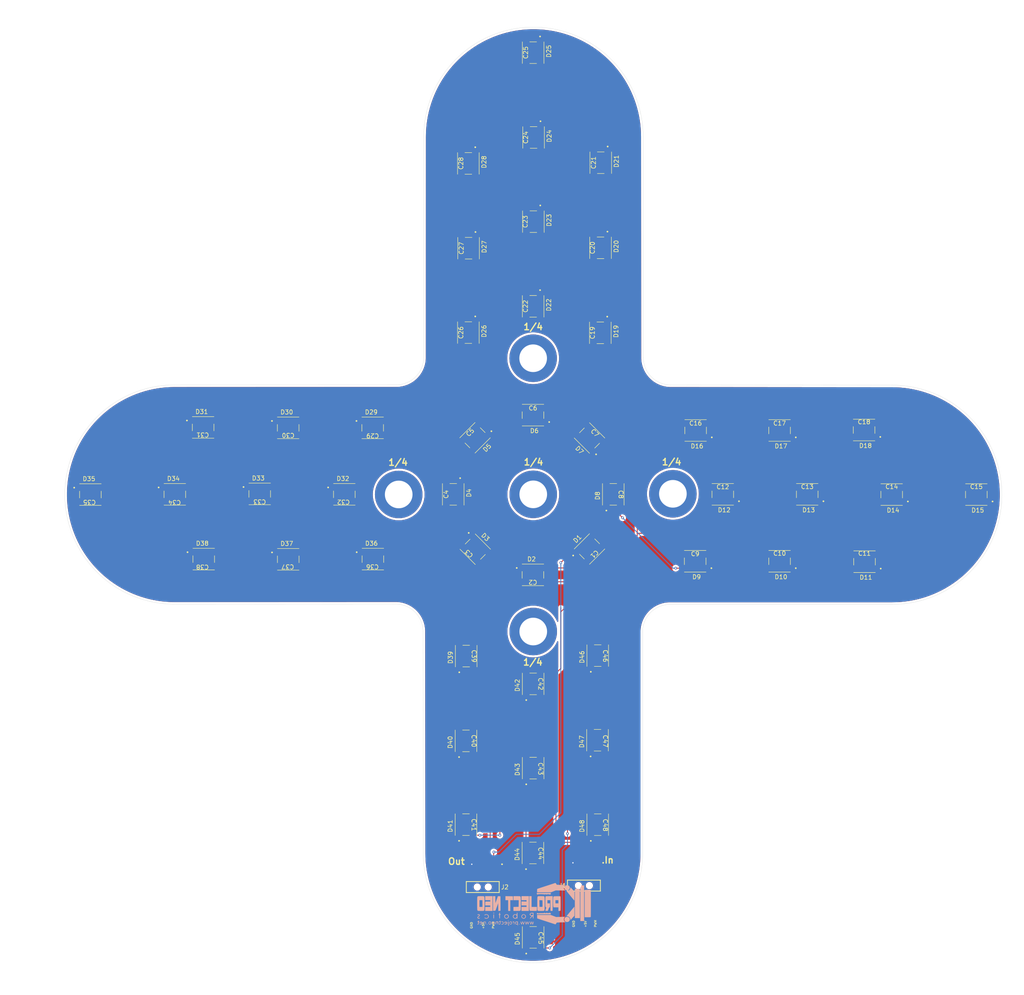
<source format=kicad_pcb>
(kicad_pcb (version 20241229) (generator "pcbnew") (generator_version "9.0")
  (title_block (date "2025-05-08"))
  (layers (0 "F.Cu" signal) (2 "B.Cu" signal) (13 "F.Paste" user) (15 "B.Paste" user) (5 "F.SilkS" user "F.Silkscreen") (7 "B.SilkS" user "B.Silkscreen") (1 "F.Mask" user) (3 "B.Mask" user) (25 "Edge.Cuts" user))
  (net 0 "")
  (net 1 "Net-(D1-DIN)")
  (net 2 "GND")
  (net 3 "Net-(D1-DOUT)")
  (net 4 "+5V")
  (net 5 "Net-(D2-DIN)")
  (net 6 "Net-(D10-DIN)")
  (net 7 "Net-(D3-DIN)")
  (net 8 "Net-(D5-DIN)")
  (net 9 "Net-(D6-DIN)")
  (net 10 "Net-(D4-DIN)")
  (net 11 "Net-(D7-DIN)")
  (net 12 "Net-(D10-DOUT)")
  (net 13 "Net-(D17-DIN)")
  (net 14 "Net-(D11-DIN)")
  (net 15 "Net-(D8-DIN)")
  (net 16 "Net-(D18-DIN)")
  (net 17 "Net-(D12-DIN)")
  (net 18 "Net-(D13-DIN)")
  (net 19 "Net-(D19-DIN)")
  (net 20 "Net-(D14-DIN)")
  (net 21 "Net-(D15-DIN)")
  (net 22 "Net-(D16-DIN)")
  (net 23 "Net-(D20-DIN)")
  (net 24 "Net-(D27-DIN)")
  (net 25 "Net-(D21-DIN)")
  (net 26 "Net-(D28-DIN)")
  (net 27 "Net-(D22-DIN)")
  (net 28 "Net-(D29-DIN)")
  (net 29 "Net-(D23-DIN)")
  (net 30 "Net-(D24-DIN)")
  (net 31 "Net-(D25-DIN)")
  (net 32 "Net-(D26-DIN)")
  (net 33 "Net-(D30-DIN)")
  (net 34 "Net-(D34-DIN)")
  (net 35 "Net-(D31-DIN)")
  (net 36 "Net-(D32-DIN)")
  (net 37 "Net-(D37-DIN)")
  (net 38 "Net-(D33-DIN)")
  (net 39 "Net-(D38-DIN)")
  (net 40 "Net-(D36-DIN)")
  (net 41 "Net-(D39-DIN)")
  (net 42 "Net-(D40-DIN)")
  (net 43 "Net-(D41-DIN)")
  (net 44 "Net-(D42-DIN)")
  (net 45 "Net-(D43-DIN)")
  (net 46 "Net-(D44-DIN)")
  (net 47 "Net-(D45-DIN)")
  (net 48 "Net-(D46-DIN)")
  (net 49 "Net-(D47-DIN)")
  (net 50 "Net-(D48-DIN)")
  (net 51 "Net-(D35-DIN)")
  (footprint "CustomParts:LED_1655" (layer "F.Cu") (at 212.95 233.3625 90)
    (property "Reference" "D44")
    (property "Value" "1655 NeoPixel")
  )
  (footprint "CustomParts:LED_1655" (layer "F.Cu") (at 289.6125 135.4 180)
    (property "Reference" "D18")
    (property "Value" "1655 NeoPixel")
  )
  (footprint "CustomParts:CAPC220145_88N_KEM" (layer "F.Cu") (at 296 146.45)
    (property "Reference" "C14")
    (property "Value" "C_Small")
  )
  (footprint "CustomParts:LED_1655" (layer "F.Cu") (at 156.3 165.35)
    (property "Reference" "D37")
    (property "Value" "1655 NeoPixel")
  )
  (footprint "CustomParts:LED_1655" (layer "F.Cu") (at 228.65 73.4875 -90)
    (property "Reference" "D21")
    (property "Value" "1655 NeoPixel")
  )
  (footprint "CustomParts:CAPC220145_88N_KEM" (layer "F.Cu") (at 276.45 146.45)
    (property "Reference" "C13")
    (property "Value" "C_Small")
  )
  (footprint "CustomParts:CAPC220145_88N_KEM" (layer "F.Cu") (at 216.8 213.85 -90)
    (property "Reference" "C43")
    (property "Value" "C_Small")
  )
  (footprint "CustomParts:LED_1655" (layer "F.Cu") (at 228.6 93.2 -90)
    (property "Reference" "D20")
    (property "Value" "1655 NeoPixel")
  )
  (footprint "CustomParts:LED_1655" (layer "F.Cu") (at 231.55 150.3 90)
    (property "Reference" "D8")
    (property "Value" "1655 NeoPixel")
  )
  (footprint "CustomParts:CAPC220145_88N_KEM" (layer "F.Cu") (at 130 154.25 180)
    (property "Reference" "C34")
    (property "Value" "C_Small")
  )
  (footprint "CustomParts:CAPC220145_88N_KEM" (layer "F.Cu") (at 136.45 169.2 180)
    (property "Reference" "C38")
    (property "Value" "C_Small")
  )
  (footprint "CustomParts:CAPC220145_88N_KEM" (layer "F.Cu") (at 270.05 161.9)
    (property "Reference" "C10")
    (property "Value" "C_Small")
  )
  (footprint "CustomParts:CAPC220145_88N_KEM" (layer "F.Cu") (at 149.7 154.1 180)
    (property "Reference" "C33")
    (property "Value" "C_Small")
  )
  (footprint "CustomParts:CAPC220145_88N_KEM" (layer "F.Cu") (at 194.2 73.65 90)
    (property "Reference" "C28")
    (property "Value" "C_Small")
  )
  (footprint "CustomParts:CAPC220145_88N_KEM" (layer "F.Cu") (at 136.5 138.6 180)
    (property "Reference" "C31")
    (property "Value" "C_Small")
  )
  (footprint "CustomParts:LED_1655" (layer "F.Cu") (at 213 252.9125 90)
    (property "Reference" "D45")
    (property "Value" "1655 NeoPixel")
  )
  (footprint "CustomParts:SAMTEC_TSM-103-02-L-SH-LC" (layer "F.Cu") (at 201.335 241.255 180)
    (property "Reference" "J2")
    (property "Value" "TSM-103-02-L-SH-LC")
  )
  (footprint "CustomParts:LED_1655" (layer "F.Cu") (at 156.2875 134.9)
    (property "Reference" "D30")
    (property "Value" "1655 NeoPixel")
  )
  (footprint "CustomParts:LED_1655" (layer "F.Cu") (at 296 150.35 180)
    (property "Reference" "D14")
    (property "Value" "1655 NeoPixel")
  )
  (footprint "CustomParts:CAPC220145_88N_KEM" (layer "F.Cu") (at 209.1 87.15 90)
    (property "Reference" "C23")
    (property "Value" "C_Small")
  )
  (footprint "CustomParts:LED_1655" (layer "F.Cu") (at 175.85 134.9)
    (property "Reference" "D29")
    (property "Value" "1655 NeoPixel")
  )
  (footprint "CustomParts:CAPC220145_88N_KEM" (layer "F.Cu") (at 209.15 106.75 90)
    (property "Reference" "C22")
    (property "Value" "C_Small")
  )
  (footprint "CustomParts:LED_1655" (layer "F.Cu") (at 175.9 165.3)
    (property "Reference" "D36")
    (property "Value" "1655 NeoPixel")
  )
  (footprint "CustomParts:LED_1655" (layer "F.Cu") (at 130.05 150.3)
    (property "Reference" "D34")
    (property "Value" "1655 NeoPixel")
  )
  (footprint "CustomParts:CAPC220145_88N_KEM" (layer "F.Cu") (at 231.8 187.72 -90)
    (property "Reference" "C46")
    (property "Value" "C_Small")
  )
  (footprint "CustomParts:CAPC220145_88N_KEM" (layer "F.Cu") (at 250.6 131.75)
    (property "Reference" "C16")
    (property "Value" "C_Small")
  )
  (footprint "CustomParts:CAPC220145_88N_KEM" (layer "F.Cu") (at 289.7 161.9)
    (property "Reference" "C11")
    (property "Value" "C_Small")
  )
  (footprint "CustomParts:CAPC220145_88N_KEM" (layer "F.Cu") (at 228.75 134.6 -45)
    (property "Reference" "C7")
    (property "Value" "C_Small")
  )
  (footprint "CustomParts:CAPC220145_88N_KEM" (layer "F.Cu") (at 190.75 150.3 90)
    (property "Reference" "C4")
    (property "Value" "C_Small")
  )
  (footprint "CustomParts:LED_1655" (layer "F.Cu") (at 149.7 150.2)
    (property "Reference" "D33")
    (property "Value" "1655 NeoPixel")
  )
  (footprint "CustomParts:CAPC220145_88N_KEM" (layer "F.Cu") (at 270.05 131.75)
    (property "Reference" "C17")
    (property "Value" "C_Small")
  )
  (footprint "CustomParts:LED_1655" (layer "F.Cu") (at 289.7125 165.9 180)
    (property "Reference" "D11")
    (property "Value" "1655 NeoPixel")
  )
  (footprint "CustomParts:CAPC220145_88N_KEM" (layer "F.Cu") (at 228.675 165.625 -135)
    (property "Reference" "C1")
    (property "Value" "C_Small")
  )
  (footprint "CustomParts:SAMTEC_TSM-103-02-L-SH-LC" (layer "F.Cu") (at 224.75 240.925 180)
    (property "Reference" "J1")
    (property "Value" "TSM-103-02-L-SH-LC")
  )
  (footprint "CustomParts:CAPC220145_88N_KEM" (layer "F.Cu") (at 156.3 138.7 180)
    (property "Reference" "C30")
    (property "Value" "C_Small")
  )
  (footprint "CustomParts:CAPC220145_88N_KEM" (layer "F.Cu") (at 224.65 93.2 90)
    (property "Reference" "C20")
    (property "Value" "C_Small")
  )
  (footprint "CustomParts:LED_1655" (layer "F.Cu") (at 212.95 168.95)
    (property "Reference" "D2")
    (property "Value" "1655 NeoPixel")
  )
  (footprint "CustomParts:LED_1655" (layer "F.Cu") (at 228.55 112.8875 -90)
    (property "Reference" "D19")
    (property "Value" "1655 NeoPixel")
  )
  (footprint "CustomParts:LED_1655" (layer "F.Cu") (at 226.05 162.95 45)
    (property "Reference" "D1")
    (property "Value" "1655 NeoPixel")
  )
  (footprint "MountingHole:MountingHole_6.4mm_M6_DIN965_Pad" (layer "F.Cu") (at 213.025 150.3)
    (property "Reference" "REF**" (hide yes))
    (property "Value" "MountingHole_6.4mm_M6_DIN965_Pad")
  )
  (footprint "CustomParts:CAPC220145_88N_KEM" (layer "F.Cu") (at 216.85 253.05 -90)
    (property "Reference" "C45")
    (property "Value" "C_Small")
  )
  (footprint "CustomParts:LED_1655" (layer "F.Cu") (at 197.45 207.4 90)
    (property "Reference" "D40")
    (property "Value" "1655 NeoPixel")
  )
  (footprint "CustomParts:LED_1655" (layer "F.Cu") (at 213.05 87.1375 -90)
    (property "Reference" "D23")
    (property "Value" "1655 NeoPixel")
  )
  (footprint "CustomParts:CAPC220145_88N_KEM" (layer "F.Cu") (at 156.2 169.15 180)
    (property "Reference" "C37")
    (property "Value" "C_Small")
  )
  (footprint "CustomParts:LED_1655" (layer "F.Cu") (at 212.9625 131.95 180)
    (property "Reference" "D6")
    (property "Value" "1655 NeoPixel")
  )
  (footprint "CustomParts:LED_1655" (layer "F.Cu") (at 213 48 -90)
    (property "Reference" "D25")
    (property "Value" "1655 NeoPixel")
  )
  (footprint "CustomParts:CAPC220145_88N_KEM" (layer "F.Cu") (at 212.95 128.25)
    (property "Reference" "C6")
    (property "Value" "C_Small")
  )
  (footprint "CustomParts:LED_1655" (layer "F.Cu") (at 227.95 187.65 90)
    (property "Reference" "D46")
    (property "Value" "1655 NeoPixel")
  )
  (footprint "CustomParts:CAPC220145_88N_KEM" (layer "F.Cu") (at 209.2 67.65 90)
    (property "Reference" "C24")
    (property "Value" "C_Small")
  )
  (footprint "CustomParts:CAPC220145_88N_KEM" (layer "F.Cu") (at 196.675 165.525 135)
    (property "Reference" "C3")
    (property "Value" "C_Small")
  )
  (footprint "CustomParts:CAPC220145_88N_KEM" (layer "F.Cu") (at 231.8 207.45 -90)
    (property "Reference" "C47")
    (property "Value" "C_Small")
  )
  (footprint "CustomParts:LED_1655" (layer "F.Cu") (at 194.5 150.3 -90)
    (property "Reference" "D4")
    (property "Value" "1655 NeoPixel")
  )
  (footprint "CustomParts:CAPC220145_88N_KEM" (layer "F.Cu") (at 201.35 226.85 -90)
    (property "Reference" "C41")
    (property "Value" "C_Small")
  )
  (footprint "CustomParts:CAPC220145_88N_KEM" (layer "F.Cu") (at 224.9 73.5 90)
    (property "Reference" "C21")
    (property "Value" "C_Small")
  )
  (footprint "CustomParts:CAPC220145_88N_KEM" (layer "F.Cu") (at 216.8 194.2 -90)
    (property "Reference" "C42")
    (property "Value" "C_Small")
  )
  (footprint "CustomParts:CAPC220145_88N_KEM" (layer "F.Cu") (at 175.85 138.8 180)
    (property "Reference" "C29")
    (property "Value" "C_Small")
  )
  (footprint "MountingHole:MountingHole_6.4mm_M6_DIN965_Pad" (layer "F.Cu") (at 213 118.775)
    (property "Reference" "REF**" (hide yes))
    (property "Value" "MountingHole_6.4mm_M6_DIN965_Pad")
  )
  (footprint "CustomParts:LED_1655" (layer "F.Cu") (at 199.601041 163.013782 -45)
    (property "Reference" "D3")
    (property "Value" "1655 NeoPixel")
  )
  (footprint "CustomParts:CAPC220145_88N_KEM" (layer "F.Cu") (at 169.1 154.15 180)
    (property "Reference" "C32")
    (property "Value" "C_Small")
  )
  (footprint "CustomParts:LED_1655" (layer "F.Cu") (at 226.05 137.25 135)
    (property "Reference" "D7")
    (property "Value" "1655 NeoPixel")
  )
  (footprint "CustomParts:CAPC220145_88N_KEM" (layer "F.Cu") (at 315.6 146.45)
    (property "Reference" "C15")
    (property "Value" "C_Small")
  )
  (footprint "CustomParts:CAPC220145_88N_KEM" (layer "F.Cu") (at 216.8 233.45 -90)
    (property "Reference" "C44")
    (property "Value" "C_Small")
  )
  (footprint "CustomParts:CAPC220145_88N_KEM" (layer "F.Cu") (at 224.65 112.9 90)
    (property "Reference" "C19")
    (property "Value" "C_Small")
  )
  (footprint "CustomParts:CAPC220145_88N_KEM" (layer "F.Cu") (at 196.925 134.5 45)
    (property "Reference" "C5")
    (property "Value" "C_Small")
  )
  (footprint "CustomParts:LED_1655" (layer "F.Cu") (at 227.9 207.25 90)
    (property "Reference" "D47")
    (property "Value" "1655 NeoPixel")
  )
  (footprint "CustomParts:LED_1655" (layer "F.Cu") (at 315.6 150.35 180)
    (property "Reference" "D15")
    (property "Value" "1655 NeoPixel")
  )
  (footprint "MountingHole:MountingHole_6.4mm_M6_DIN965_Pad" (layer "F.Cu") (at 181.875 150.325 180)
    (property "Reference" "REF**" (hide yes))
    (property "Value" "MountingHole_6.4mm_M6_DIN965_Pad")
  )
  (footprint "CustomParts:CAPC220145_88N_KEM" (layer "F.Cu") (at 201.4 187.75 -90)
    (property "Reference" "C39")
    (property "Value" "C_Small")
  )
  (footprint "CustomParts:LED_1655" (layer "F.Cu") (at 169.2875 150.3)
    (property "Reference" "D32")
    (property "Value" "1655 NeoPixel")
  )
  (footprint "MountingHole:MountingHole_6.4mm_M6_DIN965_Pad" (layer "F.Cu") (at 213.025 182.075 180)
    (property "Reference" "REF**" (hide yes))
    (property "Value" "MountingHole_6.4mm_M6_DIN965_Pad")
  )
  (footprint "CustomParts:CAPC220145_88N_KEM" (layer "F.Cu") (at 256.9 146.5)
    (property "Reference" "C12")
    (property "Value" "C_Small")
  )
  (footprint "CustomParts:LED_1655" (layer "F.Cu") (at 199.55 137.2 -135)
    (property "Reference" "D5")
    (property "Value" "1655 NeoPixel")
  )
  (footprint "CustomParts:LED_1655" (layer "F.Cu") (at 250.5125 165.8 180)
    (property "Reference" "D9")
    (property "Value" "1655 NeoPixel")
  )
  (footprint "CustomParts:CAPC220145_88N_KEM" (layer "F.Cu") (at 235.4 150.3 -90)
    (property "Reference" "C8")
    (property "Value" "C_Small")
  )
  (footprint "CustomParts:LED_1655" (layer "F.Cu") (at 213.1 67.6375 -90)
    (property "Reference" "D24")
    (property "Value" "1655 NeoPixel")
  )
  (footprint "CustomParts:CAPC220145_88N_KEM" (layer "F.Cu") (at 194.3 93.3 90)
    (property "Reference" "C27")
    (property "Value" "C_Small")
  )
  (footprint "CustomParts:CAPC220145_88N_KEM" (layer "F.Cu") (at 212.95 172.725 180)
    (property "Reference" "C2")
    (property "Value" "C_Small")
  )
  (footprint "CustomParts:LED_1655" (layer "F.Cu") (at 213 213.7125 90)
    (property "Reference" "D43")
    (property "Value" "1655 NeoPixel")
  )
  (footprint "CustomParts:LED_1655" (layer "F.Cu") (at 197.45 226.8 90)
    (property "Reference" "D41")
    (property "Value" "1655 NeoPixel")
  )
  (footprint "CustomParts:LED_1655" (layer "F.Cu") (at 276.45 150.3 180)
    (property "Reference" "D13")
    (property "Value" "1655 NeoPixel")
  )
  (footprint "CustomParts:CAPC220145_88N_KEM" (layer "F.Cu") (at 110.3 154.2 180)
    (property "Reference" "C35")
    (property "Value" "C_Small")
  )
  (footprint "CustomParts:LED_1655" (layer "F.Cu") (at 250.6125 135.5 180)
    (property "Reference" "D16")
    (property "Value" "1655 NeoPixel")
  )
  (footprint "CustomParts:CAPC220145_88N_KEM" (layer "F.Cu") (at 175.8 169.15 180)
    (property "Reference" "C36")
    (property "Value" "C_Small")
  )
  (footprint "CustomParts:CAPC220145_88N_KEM" (layer "F.Cu") (at 289.6 131.45)
    (property "Reference" "C18")
    (property "Value" "C_Small")
  )
  (footprint "CustomParts:CAPC220145_88N_KEM" (layer "F.Cu") (at 231.8 226.9 -90)
    (property "Reference" "C48")
    (property "Value" "C_Small")
  )
  (footprint "CustomParts:LED_1655" (layer "F.Cu") (at 198 112.8375 -90)
    (property "Reference" "D26")
    (property "Value" "1655 NeoPixel")
  )
  (footprint "CustomParts:LED_1655" (layer "F.Cu") (at 227.95 226.8125 90)
    (property "Reference" "D48")
    (property "Value" "1655 NeoPixel")
  )
  (footprint "CustomParts:LED_1655" (layer "F.Cu") (at 136.7375 165.3)
    (property "Reference" "D38")
    (property "Value" "1655 NeoPixel")
  )
  (footprint "CustomParts:CAPC220145_88N_KEM" (layer "F.Cu") (at 194.2 112.85 90)
    (property "Reference" "C26")
    (property "Value" "C_Small")
  )
  (footprint "CustomParts:LED_1655" (layer "F.Cu") (at 136.6 134.8)
    (property "Reference" "D31")
    (property "Value" "1655 NeoPixel")
  )
  (footprint "CustomParts:LED_1655" (layer "F.Cu") (at 213 106.75 -90)
    (property "Reference" "D22")
    (property "Value" "1655 NeoPixel")
  )
  (footprint "CustomParts:CAPC220145_88N_KEM" (layer "F.Cu") (at 201.35 207.4 -90)
    (property "Reference" "C40")
    (property "Value" "C_Small")
  )
  (footprint "CustomParts:LED_1655" (layer "F.Cu") (at 197.5 187.7625 90)
    (property "Reference" "D39")
    (property "Value" "1655 NeoPixel")
  )
  (footprint "CustomParts:LED_1655" (layer "F.Cu") (at 198 73.65 -90)
    (property "Reference" "D28")
    (property "Value" "1655 NeoPixel")
  )
  (footprint "CustomParts:CAPC220145_88N_KEM" (layer "F.Cu") (at 209.2 48 90)
    (property "Reference" "C25")
    (property "Value" "C_Small")
  )
  (footprint "CustomParts:LED_1655" (layer "F.Cu") (at 198.05 93.2875 -90)
    (property "Reference" "D27")
    (property "Value" "1655 NeoPixel")
  )
  (footprint "CustomParts:CAPC220145_88N_KEM" (layer "F.Cu") (at 250.5 162)
    (property "Reference" "C9")
    (property "Value" "C_Small")
  )
  (footprint "CustomParts:LED_1655" (layer "F.Cu") (at 270.05 135.5 180)
    (property "Reference" "D17")
    (property "Value" "1655 NeoPixel")
  )
  (footprint "MountingHole:MountingHole_6.4mm_M6_DIN965_Pad" (layer "F.Cu") (at 245.35 150.175)
    (property "Reference" "REF**" (hide yes))
    (property "Value" "MountingHole_6.4mm_M6_DIN965_Pad")
  )
  (footprint "CustomParts:LED_1655" (layer "F.Cu") (at 270.05 165.8 180)
    (property "Reference" "D10")
    (property "Value" "1655 NeoPixel")
  )
  (footprint "CustomParts:LED_1655" (layer "F.Cu") (at 110.5 150.35)
    (property "Reference" "D35")
    (property "Value" "1655 NeoPixel")
  )
  (footprint "CustomParts:LED_1655" (layer "F.Cu") (at 213 194.2 90)
    (property "Reference" "D42")
    (property "Value" "1655 NeoPixel")
  )
  (footprint "CustomParts:LED_1655" (layer "F.Cu") (at 256.9 150.3 180)
    (property "Reference" "D12")
    (property "Value" "1655 NeoPixel")
  )
  (footprint "CustomParts:NEO_Logo" (layer "B.Cu") (at 213.25 245.2 180)
    (property "Reference" "G***" (hide yes))
    (property "Value" "LOGO" (hide yes))
  )
  (gr_line (start 296.125 175.8) (end 244.7 175.8) (stroke (width 0.05)) (layer "Edge.Cuts"))
  (gr_line (start 187.55 233.425) (end 187.51 182.075) (stroke (width 0.05)) (layer "Edge.Cuts"))
  (gr_line (start 238.47498 67.475) (end 238.515128 118.6) (stroke (width 0.05)) (layer "Edge.Cuts"))
  (gr_arc (start 238.35 233.425) (mid 212.95 258.825) (end 187.55 233.425) (stroke (width 0.05)) (layer "Edge.Cuts"))
  (gr_arc (start 296.125 125) (mid 321.525 150.4) (end 296.125 175.8) (stroke (width 0.05)) (layer "Edge.Cuts"))
  (gr_arc (start 238.35 182.15) (mid 240.209872 177.659872) (end 244.7 175.8) (stroke (width 0.05)) (layer "Edge.Cuts"))
  (gr_line (start 129.975 175.75) (end 181.16 175.725) (stroke (width 0.05)) (layer "Edge.Cuts"))
  (gr_line (start 187.675 67.475) (end 187.659872 118.575) (stroke (width 0.05)) (layer "Edge.Cuts"))
  (gr_arc (start 187.659872 118.575) (mid 185.8 123.065128) (end 181.309872 124.925) (stroke (width 0.05)) (layer "Edge.Cuts"))
  (gr_arc (start 181.16 175.725) (mid 185.650128 177.584872) (end 187.51 182.075) (stroke (width 0.05)) (layer "Edge.Cuts"))
  (gr_arc (start 244.865128 124.95) (mid 240.375 123.090128) (end 238.515128 118.6) (stroke (width 0.05)) (layer "Edge.Cuts"))
  (gr_arc (start 129.975 175.75) (mid 104.575 150.35) (end 129.975 124.95) (stroke (width 0.05)) (layer "Edge.Cuts"))
  (gr_line (start 129.975 124.95) (end 181.309872 124.925) (stroke (width 0.05)) (layer "Edge.Cuts"))
  (gr_line (start 296.125 125) (end 244.8651 124.95) (stroke (width 0.05)) (layer "Edge.Cuts"))
  (gr_line (start 238.35 233.425) (end 238.35 182.15) (stroke (width 0.05)) (layer "Edge.Cuts"))
  (gr_arc (start 187.675 67.475) (mid 213.075 42.075) (end 238.475 67.475) (stroke (width 0.05)) (layer "Edge.Cuts"))
  (gr_text "GND" (at 199.025 250.95 90) (layer "F.SilkS") (effects (font (size 0.5 0.5) (thickness 0.1) (bold yes)) (justify left bottom)))
  (gr_text "PWM" (at 204.075 250.95 90) (layer "F.SilkS") (effects (font (size 0.5 0.5) (thickness 0.1) (bold yes)) (justify left bottom)))
  (gr_text "1/4" (at 242.65 143.675 0) (layer "F.SilkS") (effects (font (size 1.5 1.5) (thickness 0.3) (bold yes)) (justify left bottom)))
  (gr_text "PWM" (at 227.725 250.6 90) (layer "F.SilkS") (effects (font (size 0.5 0.5) (thickness 0.1) (bold yes)) (justify left bottom)))
  (gr_text "1/4" (at 179.325 143.775 0) (layer "F.SilkS") (effects (font (size 1.5 1.5) (thickness 0.3) (bold yes)) (justify left bottom)))
  (gr_text "In" (at 229.35 235.9 0) (layer "F.SilkS") (effects (font (size 1.5 1.5) (thickness 0.3) (bold yes)) (justify left bottom)))
  (gr_text "1/4" (at 210.6 112.375 0) (layer "F.SilkS") (effects (font (size 1.5 1.5) (thickness 0.3) (bold yes)) (justify left bottom)))
  (gr_text "GND" (at 222.675 250.6 90) (layer "F.SilkS") (effects (font (size 0.5 0.5) (thickness 0.1) (bold yes)) (justify left bottom)))
  (gr_text "1/4" (at 210.675 143.7 0) (layer "F.SilkS") (effects (font (size 1.5 1.5) (thickness 0.3) (bold yes)) (justify left bottom)))
  (gr_text "Out" (at 193.15 236.2 0) (layer "F.SilkS") (effects (font (size 1.5 1.5) (thickness 0.3) (bold yes)) (justify left bottom)))
  (gr_text "1/4" (at 210.525 190.05 0) (layer "F.SilkS") (effects (font (size 1.5 1.5) (thickness 0.3) (bold yes)) (justify left bottom)))
  (gr_text "+5V" (at 225.4 250.65 90) (layer "F.SilkS") (effects (font (size 0.5 0.5) (thickness 0.1) (bold yes)) (justify left bottom)))
  (gr_text "+5V" (at 201.75 251 90) (layer "F.SilkS") (effects (font (size 0.5 0.5) (thickness 0.1) (bold yes)) (justify left bottom)))
  (segment (start 223.912741 167.35) (end 225.448959 165.813782) (width 0.2) (layer "F.Cu") (net 1))
  (segment (start 215.4 167.35) (end 223.912741 167.35) (width 0.2) (layer "F.Cu") (net 1))
  (via (at 198.795 235.975) (size 0.6) (drill 0.3) (layers "F.Cu" "B.Cu") (net 2))
  (via (at 222.21 235.645) (size 0.6) (drill 0.3) (layers "F.Cu" "B.Cu") (net 2))
  (segment (start 203.9 233.15) (end 203.865 233.185) (width 0.2) (layer "F.Cu") (net 3))
  (segment (start 203.865 233.185) (end 203.865 235.975) (width 0.2) (layer "F.Cu") (net 3))
  (segment (start 223.888782 160.086218) (end 221.125 162.85) (width 0.2) (layer "F.Cu") (net 3))
  (segment (start 226.651041 160.086218) (end 223.888782 160.086218) (width 0.2) (layer "F.Cu") (net 3))
  (segment (start 221.125 164.4) (end 219.4 166.125) (width 0.2) (layer "F.Cu") (net 3))
  (segment (start 221.125 162.85) (end 221.125 164.4) (width 0.2) (layer "F.Cu") (net 3))
  (via (at 219.4 166.125) (size 0.6) (drill 0.3) (layers "F.Cu" "B.Cu") (net 3))
  (via (at 203.9 233.15) (size 0.6) (drill 0.3) (layers "F.Cu" "B.Cu") (net 3))
  (segment (start 219.4 166.125) (end 219.4 224.05) (width 0.2) (layer "B.Cu") (net 3))
  (segment (start 219.4 224.05) (end 214.4 229.05) (width 0.2) (layer "B.Cu") (net 3))
  (segment (start 205.025 233.15) (end 203.9 233.15) (width 0.2) (layer "B.Cu") (net 3))
  (segment (start 214.4 229.05) (end 209.125 229.05) (width 0.2) (layer "B.Cu") (net 3))
  (segment (start 209.125 229.05) (end 205.025 233.15) (width 0.2) (layer "B.Cu") (net 3))
  (segment (start 110.73 154.17) (end 112.95 151.95) (width 0.2) (layer "F.Cu") (net 4))
  (segment (start 143.1125 170.825) (end 139.1875 166.9) (width 0.2) (layer "F.Cu") (net 4))
  (segment (start 178.3 136.5) (end 178.3 140.325) (width 0.2) (layer "F.Cu") (net 4))
  (segment (start 201.1075 187.32) (end 199.1 185.3125) (width 0.2) (layer "F.Cu") (net 4))
  (segment (start 237.1 140.675) (end 223.1 126.675) (width 0.2) (layer "F.Cu") (net 4))
  (segment (start 192.9 152.75) (end 189.1 152.75) (width 0.2) (layer "F.Cu") (net 4))
  (segment (start 194.4425 93.73) (end 196.45 95.7375) (width 0.2) (layer "F.Cu") (net 4))
  (segment (start 156.73 138.5075) (end 158.7375 136.5) (width 0.2) (layer "F.Cu") (net 4))
  (segment (start 178.35 166.9) (end 178.35 170.825) (width 0.2) (layer "F.Cu") (net 4))
  (segment (start 219.4 176.55) (end 219.4 177.525) (width 0.2) (layer "F.Cu") (net 4))
  (segment (start 214.6 191.75) (end 218.275 191.75) (width 0.2) (layer "F.Cu") (net 4))
  (segment (start 136.93 138.6) (end 136.93 138.52) (width 0.2) (layer "F.Cu") (net 4))
  (segment (start 143 140.35) (end 139.05 136.4) (width 0.2) (layer "F.Cu") (net 4))
  (segment (start 196.4 115.2875) (end 192.1875 115.2875) (width 0.2) (layer "F.Cu") (net 4))
  (segment (start 233.725 185.2) (end 233.75 185.175) (width 0.2) (layer "F.Cu") (net 4))
  (segment (start 233.75 164.75) (end 233.75 185.175) (width 0.2) (layer "F.Cu") (net 4))
  (segment (start 132.5 152.18) (end 132.5 151.9) (width 0.2) (layer "F.Cu") (net 4))
  (segment (start 289.27 161.9) (end 289.27 162.2925) (width 0.2) (layer "F.Cu") (net 4))
  (segment (start 216.8 213.42) (end 216.7575 213.42) (width 0.2) (layer "F.Cu") (net 4))
  (segment (start 169.53 154.1075) (end 171.7375 151.9) (width 0.2) (layer "F.Cu") (net 4))
  (segment (start 248.1625 129.7375) (end 248.15 129.725) (width 0.2) (layer "F.Cu") (net 4))
  (segment (start 201.12 226.42) (end 199.05 224.35) (width 0.2) (layer "F.Cu") (net 4))
  (segment (start 250.07 162.1925) (end 248.0625 164.2) (width 0.2) (layer "F.Cu") (net 4))
  (segment (start 218.3875 230.9125) (end 214.55 230.9125) (width 0.2) (layer "F.Cu") (net 4))
  (segment (start 248.1625 133.9) (end 248.1625 129.7375) (width 0.2) (layer "F.Cu") (net 4))
  (segment (start 274 148.7) (end 274 145.15) (width 0.2) (layer "F.Cu") (net 4))
  (segment (start 231.64 187.29) (end 231.8 187.29) (width 0.2) (layer "F.Cu") (net 4))
  (segment (start 233.15 147.85) (end 237.075 147.85) (width 0.2) (layer "F.Cu") (net 4))
  (segment (start 207.175 109.225) (end 207.175 89.575) (width 0.2) (layer "F.Cu") (net 4))
  (segment (start 218.2625 211.2625) (end 218.275 211.275) (width 0.2) (layer "F.Cu") (net 4))
  (segment (start 158.7375 136.5) (end 158.7375 140.3375) (width 0.2) (layer "F.Cu") (net 4))
  (segment (start 233.75 220.1625) (end 229.55 224.3625) (width 0.2) (layer "F.Cu") (net 4))
  (segment (start 225.448959 134.386218) (end 227.872677 131.9625) (width 0.2) (layer "F.Cu") (net 4))
  (segment (start 248.075 159.325) (end 267.6 159.325) (width 0.2) (layer "F.Cu") (net 4))
  (segment (start 192.175 123.275) (end 192.175 122.975) (width 0.2) (layer "F.Cu") (net 4))
  (segment (start 222.5375 115.3375) (end 222.5 115.3) (width 0.2) (layer "F.Cu") (net 4))
  (segment (start 219.4 190.625) (end 218.275 191.75) (width 0.2) (layer "F.Cu") (net 4))
  (segment (start 171.7375 155.7375) (end 171.725 155.75) (width 0.2) (layer "F.Cu") (net 4))
  (segment (start 203.05 185.3) (end 203.05 175.525) (width 0.2) (layer "F.Cu") (net 4))
  (segment (start 267.6 163.92) (end 267.6 164.2) (width 0.2) (layer "F.Cu") (net 4))
  (segment (start 216.6575 233.02) (end 214.55 230.9125) (width 0.2) (layer "F.Cu") (net 4))
  (segment (start 222.525 95.65) (end 222.5 95.675) (width 0.2) (layer "F.Cu") (net 4))
  (segment (start 228.979056 162.414233) (end 228.913782 162.348959) (width 0.2) (layer "F.Cu") (net 4))
  (segment (start 218.275 191.75) (end 218.275 211.275) (width 0.2) (layer "F.Cu") (net 4))
  (segment (start 136.88 169.2) (end 136.8875 169.2) (width 0.2) (layer "F.Cu") (net 4))
  (segment (start 196.45 95.7375) (end 192.2625 95.7375) (width 0.2) (layer "F.Cu") (net 4))
  (segment (start 190.88 150.73) (end 192.9 152.75) (width 0.2) (layer "F.Cu") (net 4))
  (segment (start 205.975 110.425) (end 205.975 126.675) (width 0.2) (layer "F.Cu") (net 4))
  (segment (start 293.55 145.15) (end 309.55 145.15) (width 0.2) (layer "F.Cu") (net 4))
  (segment (start 211.45 89.5875) (end 207.1875 89.5875) (width 0.2) (layer "F.Cu") (net 4))
  (segment (start 253.075 143.775) (end 237.1 143.775) (width 0.2) (layer "F.Cu") (net 4))
  (segment (start 200.153574 165.829056) (end 200.202082 165.877564) (width 0.2) (layer "F.Cu") (net 4))
  (segment (start 201.4 187.32) (end 201.1075 187.32) (width 0.2) (layer "F.Cu") (net 4))
  (segment (start 158.75 170.8) (end 158.725 170.825) (width 0.2) (layer "F.Cu") (net 4))
  (segment (start 227 95.65) (end 222.525 95.65) (width 0.2) (layer "F.Cu") (net 4))
  (segment (start 203.05 204.975) (end 203.05 185.3) (width 0.2) (layer "F.Cu") (net 4))
  (segment (start 189.1 140.075) (end 189.1 140.45) (width 0.2) (layer "F.Cu") (net 4))
  (segment (start 177.05 140.35) (end 189 140.35) (width 0.2) (layer "F.Cu") (net 4))
  (segment (start 222.5 114.85) (end 222.5 95.675) (width 0.2) (layer "F.Cu") (net 4))
  (segment (start 287.1625 133.8) (end 289.17 131.7925) (width 0.2) (layer "F.Cu") (net 4))
  (segment (start 283.0875 129.725) (end 267.575 129.725) (width 0.2) (layer "F.Cu") (net 4))
  (segment (start 203.05 232.125) (end 203.05 224.35) (width 0.2) (layer "F.Cu") (net 4))
  (segment (start 237.1 159.35) (end 237.1 147.825) (width 0.2) (layer "F.Cu") (net 4))
  (segment (start 176.28 138.52) (end 178.3 136.5) (width 0.2) (layer "F.Cu") (net 4))
  (segment (start 215.4 170.705) (end 213.38 172.725) (width 0.2) (layer "F.Cu") (net 4))
  (segment (start 209.2 48.43) (end 209.38 48.43) (width 0.2) (layer "F.Cu") (net 4))
  (segment (start 229.55 224.3625) (end 229.6925 224.3625) (width 0.2) (layer "F.Cu") (net 4))
  (segment (start 199.33 204.95) (end 199.05 204.95) (width 0.2) (layer "F.Cu") (net 4))
  (segment (start 295.57 146.45) (end 295.57 146.73) (width 0.2) (layer "F.Cu") (net 4))
  (segment (start 216.8 233.02) (end 216.6575 233.02) (width 0.2) (layer "F.Cu") (net 4))
  (segment (start 176.23 169.15) (end 176.23 169.02) (width 0.2) (layer "F.Cu") (net 4))
  (segment (start 209.1 87.58) (end 209.4425 87.58) (width 0.2) (layer "F.Cu") (net 4))
  (segment (start 237.1 143.775) (end 237.1 140.675) (width 0.2) (layer "F.Cu") (net 4))
  (segment (start 224.98 93.63) (end 227 95.65) (width 0.2) (layer "F.Cu") (net 4))
  (segment (start 256.47 146.5) (end 256.47 146.68) (width 0.2) (layer "F.Cu") (net 4))
  (segment (start 150.13 153.82) (end 152.15 151.8) (width 0.2) (layer "F.Cu") (net 4))
  (segment (start 254.45 145.15) (end 274 145.15) (width 0.2) (layer "F.Cu") (net 4))
  (segment (start 269.62 131.88) (end 267.6 133.9) (width 0.2) (layer "F.Cu") (net 4))
  (segment (start 152.15 155.725) (end 152.175 155.75) (width 0.2) (layer "F.Cu") (net 4))
  (segment (start 203.0375 185.3125) (end 203.05 185.3) (width 0.2) (layer "F.Cu") (net 4))
  (segment (start 218.275 246.7875) (end 214.6 250.4625) (width 0.2) (layer "F.Cu") (net 4))
  (segment (start 207.1875 89.5875) (end 207.175 89.575) (width 0.2) (layer "F.Cu") (net 4))
  (segment (start 195.35 167.2) (end 203.05 174.9) (width 0.2) (layer "F.Cu") (net 4))
  (segment (start 210.5125 130.35) (end 210.5125 126.6875) (width 0.2) (layer "F.Cu") (net 4))
  (segment (start 214.6925 250.4625) (end 216.85 252.62) (width 0.2) (layer "F.Cu") (net 4))
  (segment (start 203.05 224.35) (end 203.05 204.975) (width 0.2) (layer "F.Cu") (net 4))
  (segment (start 194.2 74.08) (end 196.22 76.1) (width 0.2) (layer "F.Cu") (net 4))
  (segment (start 315.17 146.45) (end 315.17 146.73) (width 0.2) (layer "F.Cu") (net 4))
  (segment (start 223.1 126.675) (end 222.5 126.675) (width 0.2) (layer "F.Cu") (net 4))
  (segment (start 226.9075 75.9375) (end 224.9 73.93) (width 0.2) (layer "F.Cu") (net 4))
  (segment (start 282.2875 159.325) (end 287.2625 164.3) (width 0.2) (layer "F.Cu") (net 4))
  (segment (start 152.15 151.8) (end 152.15 155.725) (width 0.2) (layer "F.Cu") (net 4))
  (segment (start 189.1 140.45) (end 189.1 152.75) (width 0.2) (layer "F.Cu") (net 4))
  (segment (start 169.53 154.15) (end 169.53 154.1075) (width 0.2) (layer "F.Cu") (net 4))
  (segment (start 207.2 109.2) (end 207.175 109.225) (width 0.2) (layer "F.Cu") (net 4))
  (segment (start 158.75 140.35) (end 143 140.35) (width 0.2) (layer "F.Cu") (net 4))
  (segment (start 212.52 128.25) (end 212.52 128.3425) (width 0.2) (layer "F.Cu") (net 4))
  (segment (start 226.375 170.55) (end 231.7375 165.1875) (width 0.2) (layer "F.Cu") (net 4))
  (segment (start 224.75 233) (end 222.65 230.9) (width 0.2) (layer "F.Cu") (net 4))
  (segment (start 189.1 157.175) (end 189.1 160.95) (width 0.2) (layer "F.Cu") (net 4))
  (segment (start 248.15 129.725) (end 230.110177 129.725) (width 0.2) (layer "F.Cu") (net 4))
  (segment (start 315.17 146.73) (end 313.15 148.75) (width 0.2) (layer "F.Cu") (net 4))
  (segment (start 207.175 70.075) (end 207.175 54.675) (width 0.2) (layer "F.Cu") (net 4))
  (segment (start 136.93 138.52) (end 139.05 136.4) (width 0.2) (layer "F.Cu") (net 4))
  (segment (start 192.175 123.25) (end 199.05 130.125) (width 0.2) (layer "F.Cu") (net 4))
  (segment (start 228.913782 162.348959) (end 231.7375 165.172677) (width 0.2) (layer "F.Cu") (net 4))
  (segment (start 222.65 230.9) (end 218.4 230.9) (width 0.2) (layer "F.Cu") (net 4))
  (segment (start 177.05 140.35) (end 158.75 140.35) (width 0.2) (layer "F.Cu") (net 4))
  (segment (start 225.539233 134.295944) (end 225.448959 134.386218) (width 0.2) (layer "F.Cu") (net 4))
  (segment (start 210.5125 126.6875) (end 210.525 126.675) (width 0.2) (layer "F.Cu") (net 4))
  (segment (start 237.1 147.825) (end 237.1 143.775) (width 0.2) (layer "F.Cu") (net 4))
  (segment (start 233.75 185.175) (end 233.75 204.8) (width 0.2) (layer "F.Cu") (net 4))
  (segment (start 295.57 146.73) (end 293.55 148.75) (width 0.2) (layer "F.Cu") (net 4))
  (segment (start 226.95 115.3375) (end 222.5375 115.3375) (width 0.2) (layer "F.Cu") (net 4))
  (segment (start 207.1875 70.0875) (end 207.175 70.075) (width 0.2) (layer "F.Cu") (net 4))
  (segment (start 215.4 170.55) (end 226.375 170.55) (width 0.2) (layer "F.Cu") (net 4))
  (segment (start 227.05 75.9375) (end 226.9075 75.9375) (width 0.2) (layer "F.Cu") (net 4))
  (segment (start 207.175 54.675) (end 211.4 50.45) (width 0.2) (layer "F.Cu") (net 4))
  (segment (start 210.525 126.675) (end 205.975 126.675) (width 0.2) (layer "F.Cu") (net 4))
  (segment (start 235.17 149.87) (end 233.15 147.85) (width 0.2) (layer "F.Cu") (net 4))
  (segment (start 201.35 226.42) (end 201.12 226.42) (width 0.2) (layer "F.Cu") (net 4))
  (segment (start 171.725 155.75) (end 152.175 155.75) (width 0.2) (layer "F.Cu") (net 4))
  (segment (start 199.1 185.3125) (end 203.0375 185.3125) (width 0.2) (layer "F.Cu") (net 4))
  (segment (start 201.325 233.85) (end 203.05 232.125) (width 0.2) (layer "F.Cu") (net 4))
  (segment (start 256.47 146.68) (end 254.45 148.7) (width 0.2) (layer "F.Cu") (net 4))
  (segment (start 237.075 147.85) (end 237.1 147.825) (width 0.2) (layer "F.Cu") (net 4))
  (segment (start 194.3 93.73) (end 194.4425 93.73) (width 0.2) (layer "F.Cu") (net 4))
  (segment (start 194.1375 135.252323) (end 194.1375 135.2375) (width 0.2) (layer "F.Cu") (net 4))
  (segment (start 199.05 224.35) (end 203.05 224.35) (width 0.2) (layer "F.Cu") (net 4))
  (segment (start 254.45 145.15) (end 253.075 143.775) (width 0.2) (layer "F.Cu") (net 4))
  (segment (start 227.872677 131.9625) (end 227.8875 131.9625) (width 0.2) (layer "F.Cu") (net 4))
  (segment (start 224.65 113.33) (end 224.9425 113.33) (width 0.2) (layer "F.Cu") (net 4))
  (segment (start 209.2 68.08) (end 209.4925 68.08) (width 0.2) (layer "F.Cu") (net 4))
  (segment (start 199.05 130.125) (end 189.1 140.075) (width 0.2) (layer "F.Cu") (net 4))
  (segment (start 274 145.15) (end 293.55 145.15) (width 0.2) (layer "F.Cu") (net 4))
  (segment (start 192.1875 115.2875) (end 192.175 115.275) (width 0.2) (layer "F.Cu") (net 4))
  (segment (start 222.5 115.3) (end 222.5 114.85) (width 0.2) (layer "F.Cu") (net 4))
  (segment (start 218.4 230.9) (end 218.275 230.9) (width 0.2) (layer "F.Cu") (net 4))
  (segment (start 158.7375 140.3375) (end 158.75 140.35) (width 0.2) (layer "F.Cu") (net 4))
  (segment (start 178.325 140.35) (end 177.05 140.35) (width 0.2) (layer "F.Cu") (net 4))
  (segment (start 192.175 115.275) (end 192.175 95.825) (width 0.2) (layer "F.Cu") (net 4))
  (segment (start 233.75 204.8) (end 233.75 220.1625) (width 0.2) (layer "F.Cu") (net 4))
  (segment (start 229.5 204.8) (end 229.58 204.8) (width 0.2) (layer "F.Cu") (net 4))
  (segment (start 211.4 109.2) (end 207.2 109.2) (width 0.2) (layer "F.Cu") (net 4))
  (segment (start 293.55 148.75) (end 293.55 145.15) (width 0.2) (layer "F.Cu") (net 4))
  (segment (start 205.975 126.675) (end 202.5 126.675) (width 0.2) (layer "F.Cu") (net 4))
  (segment (start 156.63 169.15) (end 156.63 169.07) (width 0.2) (layer "F.Cu") (net 4))
  (segment (start 176.28 138.8) (end 176.28 138.52) (width 0.2) (layer "F.Cu") (net 4))
  (segment (start 192.2625 95.7375) (end 192.175 95.825) (width 0.2) (layer "F.Cu") (net 4))
  (segment (start 267.6 159.325) (end 282.2875 159.325) (width 0.2) (layer "F.Cu") (net 4))
  (segment (start 199.05 204.95) (end 203.025 204.95) (width 0.2) (layer "F.Cu") (net 4))
  (segment (start 212.52 128.3425) (end 210.5125 130.35) (width 0.2) (layer "F.Cu") (net 4))
  (segment (start 189 140.35) (end 189.1 140.45) (width 0.2) (layer "F.Cu") (net 4))
  (segment (start 158.725 170.825) (end 143.1125 170.825) (width 0.2) (layer "F.Cu") (net 4))
  (segment (start 197.154646 168.925) (end 197.15 168.925) (width 0.2) (layer "F.Cu") (net 4))
  (segment (start 196.686218 137.801041) (end 194.1375 135.252323) (width 0.2) (layer "F.Cu") (net 4))
  (segment (start 158.75 166.95) (end 158.75 170.8) (width 0.2) (layer "F.Cu") (net 4))
  (segment (start 289.17 131.7925) (end 289.17 131.45) (width 0.2) (layer "F.Cu") (net 4))
  (segment (start 218.275 211.275) (end 218.275 230.9) (width 0.2) (layer "F.Cu") (net 4))
  (segment (start 194.2 113.28) (end 194.3925 113.28) (width 0.2) (layer "F.Cu") (net 4))
  (segment (start 230.110177 129.725) (end 227.872677 131.9625) (width 0.2) (layer "F.Cu") (net 4))
  (segment (start 156.63 169.07) (end 158.75 166.95) (width 0.2) (layer "F.Cu") (net 4))
  (segment (start 267.6 164.2) (end 267.6 159.325) (width 0.2) (layer "F.Cu") (net 4))
  (segment (start 218.275 230.9) (end 218.275 246.7875) (width 0.2) (layer "F.Cu") (net 4))
  (segment (start 219.4 177.525) (end 219.4 190.625) (width 0.2) (layer "F.Cu") (net 4))
  (segment (start 207.175 89.575) (end 207.175 70.075) (width 0.2) (layer "F.Cu") (net 4))
  (segment (start 229.5 204.8) (end 233.75 204.8) (width 0.2) (layer "F.Cu") (net 4))
  (segment (start 224.75 235.645) (end 224.75 233) (width 0.2) (layer "F.Cu") (net 4))
  (segment (start 110.73 154.2) (end 110.73 154.17) (width 0.2) (layer "F.Cu") (net 4))
  (segment (start 136.8875 169.2) (end 139.1875 166.9) (width 0.2) (layer "F.Cu") (net 4))
  (segment (start 215.4 170.55) (end 215.4 170.705) (width 0.2) (layer "F.Cu") (net 4))
  (segment (start 276.02 146.45) (end 276.02 146.68) (width 0.2) (layer "F.Cu") (net 4))
  (segment (start 289.27 162.2925) (end 287.2625 164.3) (width 0.2) (layer "F.Cu") (net 4))
  (segment (start 209.15 107.18) (end 209.38 107.18) (width 0.2) (layer "F.Cu") (net 4))
  (segment (start 201.35 206.97) (end 199.33 204.95) (width 0.2) (layer "F.Cu") (net 4))
  (segment (start 201.325 235.975) (end 201.325 233.85) (width 0.2) (layer "F.Cu") (net 4))
  (segment (start 222.5 126.675) (end 210.525 126.675) (width 0.2) (layer "F.Cu") (net 4))
  (segment (start 232.9625 163.9625) (end 237.1 159.825) (width 0.2) (layer "F.Cu") (net 4))
  (segment (start 178.3 140.325) (end 178.325 140.35) (width 0.2) (layer "F.Cu") (net 4))
  (segment (start 214.6 211.2625) (end 218.2625 211.2625) (width 0.2) (layer "F.Cu") (net 4))
  (segment (start 229.55 185.2) (end 233.725 185.2) (width 0.2) (layer "F.Cu") (net 4))
  (segment (start 233.75 164.75) (end 232.9625 163.9625) (width 0.2) (layer "F.Cu") (net 4))
  (segment (start 132.5 155.725) (end 132.525 155.75) (width 0.2) (layer "F.Cu") (net 4))
  (segment (start 287.1625 133.8) (end 283.0875 129.725) (width 0.2) (layer "F.Cu") (net 4))
  (segment (start 190.75 150.73) (end 190.88 150.73) (width 0.2) (layer "F.Cu") (net 4))
  (segment (start 196.22 76.1) (end 196.4 76.1) (width 0.2) (layer "F.Cu") (net 4))
  (segment (start 189.1 160.95) (end 195.35 167.2) (width 0.2) (layer "F.Cu") (net 4))
  (segment (start 209.38 48.43) (end 211.4 50.45) (width 0.2) (layer "F.Cu") (net 4))
  (segment (start 203.05 174.9) (end 203.05 175.525) (width 0.2) (layer "F.Cu") (net 4))
  (segment (start 150.13 154.1) (end 150.13 153.82) (width 0.2) (layer "F.Cu") (net 4))
  (segment (start 229.58 204.8) (end 231.8 207.02) (width 0.2) (layer "F.Cu") (net 4))
  (segment (start 194.3925 113.28) (end 196.4 115.2875) (width 0.2) (layer "F.Cu") (net 4))
  (segment (start 250.17 131.8925) (end 248.1625 133.9) (width 0.2) (layer "F.Cu") (net 4))
  (segment (start 214.6 250.4625) (end 214.6925 250.4625) (width 0.2) (layer "F.Cu") (net 4))
  (segment (start 267.6 133.9) (end 267.6 129.75) (width 0.2) (layer "F.Cu") (net 4))
  (segment (start 250.17 131.75) (end 250.17 131.8925) (width 0.2) (layer "F.Cu") (net 4))
  (segment (start 171.7375 151.9) (end 171.7375 155.7375) (width 0.2) (layer "F.Cu") (net 4))
  (segment (start 200.202082 165.877564) (end 197.154646 168.925) (width 0.2) (layer "F.Cu") (net 4))
  (segment (start 192.175 80.325) (end 196.4 76.1) (width 0.2) (layer "F.Cu") (net 4))
  (segment (start 224.65 93.63) (end 224.98 93.63) (width 0.2) (layer "F.Cu") (net 4))
  (segment (start 209.4425 87.58) (end 211.45 89.5875) (width 0.2) (layer "F.Cu") (net 4))
  (segment (start 216.62 193.77) (end 214.6 191.75) (width 0.2) (layer "F.Cu") (net 4))
  (segment (start 238 159.325) (end 248.075 159.325) (width 0.2) (layer "F.Cu") (net 4))
  (segment (start 267.6 129.75) (end 267.575 129.725) (width 0.2) (layer "F.Cu") (net 4))
  (segment (start 216.8 193.77) (end 216.62 193.77) (width 0.2) (layer "F.Cu") (net 4))
  (segment (start 216.7575 213.42) (end 214.6 211.2625) (width 0.2) (layer "F.Cu") (net 4))
  (segment (start 209.38 107.18) (end 211.4 109.2) (width 0.2) (layer "F.Cu") (net 4))
  (segment (start 171.7375 155.7375) (end 173.175 157.175) (width 0.2) (layer "F.Cu") (net 4))
  (segment (start 178.35 170.825) (end 191.725 170.825) (width 0.2) (layer "F.Cu") (net 4))
  (segment (start 231.7375 165.172677) (end 231.7375 165.1875) (width 0.2) (layer "F.Cu") (net 4))
  (segment (start 173.175 157.175) (end 189.1 157.175) (width 0.2) (layer "F.Cu") (net 4))
  (segment (start 238 159.325) (end 237.125 159.325) (width 0.2) (layer "F.Cu") (net 4))
  (segment (start 229.6925 224.3625) (end 231.8 226.47) (width 0.2) (layer "F.Cu") (net 4))
  (segment (start 235.4 149.87) (end 235.17 149.87) (width 0.2) (layer "F.Cu") (net 4))
  (segment (start 228.979056 165.320944) (end 228.979056 162.414233) (width 0.2) (layer "F.Cu") (net 4))
  (segment (start 267.575 129.725) (end 248.15 129.725) (width 0.2) (layer "F.Cu") (net 4))
  (segment (start 222.5 114.85) (end 222.5 126.675) (width 0.2) (layer "F.Cu") (net 4))
  (segment (start 269.62 161.9) (end 267.6 163.92) (width 0.2) (layer "F.Cu") (net 4))
  (segment (start 231.7375 165.1875) (end 232.9625 163.9625) (width 0.2) (layer "F.Cu") (net 4))
  (segment (start 224.9425 113.33) (end 226.95 115.3375) (width 0.2) (layer "F.Cu") (net 4))
  (segment (start 207.2 109.2) (end 205.975 110.425) (width 0.2) (layer "F.Cu") (net 4))
  (segment (start 237.1 159.825) (end 237.1 159.35) (width 0.2) (layer "F.Cu") (net 4))
  (segment (start 254.45 148.7) (end 254.45 145.15) (width 0.2) (layer "F.Cu") (net 4))
  (segment (start 276.02 146.68) (end 274 148.7) (width 0.2) (layer "F.Cu") (net 4))
  (segment (start 237.125 159.325) (end 237.1 159.35) (width 0.2) (layer "F.Cu") (net 4))
  (segment (start 269.62 131.75) (end 269.62 131.88) (width 0.2) (layer "F.Cu") (net 4))
  (segment (start 203.025 204.95) (end 203.05 204.975) (width 0.2) (layer "F.Cu") (net 4))
  (segment (start 156.73 138.7) (end 156.73 138.5075) (width 0.2) (layer "F.Cu") (net 4))
  (segment (start 192.175 95.825) (end 192.175 80.325) (width 0.2) (layer "F.Cu") (net 4))
  (segment (start 178.35 170.825) (end 158.725 170.825) (width 0.2) (layer "F.Cu") (net 4))
  (segment (start 116.75 155.75) (end 112.95 151.95) (width 0.2) (layer "F.Cu") (net 4))
  (segment (start 211.5 70.0875) (end 207.1875 70.0875) (width 0.2) (layer "F.Cu") (net 4))
  (segment (start 222.5 80.4875) (end 227.05 75.9375) (width 0.2) (layer "F.Cu") (net 4))
  (segment (start 191.725 170.825) (end 195.35 167.2) (width 0.2) (layer "F.Cu") (net 4))
  (segment (start 192.175 122.975) (end 192.175 123.25) (width 0.2) (layer "F.Cu") (net 4))
  (segment (start 248.0625 159.3375) (end 248.075 159.325) (width 0.2) (layer "F.Cu") (net 4))
  (segment (start 218.4 230.9) (end 218.3875 230.9125) (width 0.2) (layer "F.Cu") (net 4))
  (segment (start 229.55 185.2) (end 231.64 187.29) (width 0.2) (layer "F.Cu") (net 4))
  (segment (start 196.979056 165.829056) (end 200.153574 165.829056) (width 0.2) (layer "F.Cu") (net 4))
  (segment (start 196.620944 134.804056) (end 196.620944 137.735767) (width 0.2) (layer "F.Cu") (net 4))
  (segment (start 132.525 155.75) (end 116.75 155.75) (width 0.2) (layer "F.Cu") (net 4))
  (segment (start 250.07 162) (end 250.07 162.1925) (width 0.2) (layer "F.Cu") (net 4))
  (segment (start 248.0625 164.2) (end 248.0625 159.3375) (width 0.2) (layer "F.Cu") (net 4))
  (segment (start 228.445944 134.295944) (end 225.539233 134.295944) (width 0.2) (layer "F.Cu") (net 4))
  (segment (start 196.620944 137.735767) (end 196.686218 137.801041) (width 0.2) (layer "F.Cu") (net 4))
  (segment (start 222.5 95.675) (end 222.5 80.4875) (width 0.2) (layer "F.Cu") (net 4))
  (segment (start 130.43 154.25) (end 132.5 152.18) (width 0.2) (layer "F.Cu") (net 4))
  (segment (start 219.4 177.525) (end 226.375 170.55) (width 0.2) (layer "F.Cu") (net 4))
  (segment (start 209.4925 68.08) (end 211.5 70.0875) (width 0.2) (layer "F.Cu") (net 4))
  (segment (start 152.175 155.75) (end 132.525 155.75) (width 0.2) (layer "F.Cu") (net 4))
  (segment (start 132.5 151.9) (end 132.5 155.725) (width 0.2) (layer "F.Cu") (net 4))
  (segment (start 192.175 122.975) (end 192.175 115.275) (width 0.2) (layer "F.Cu") (net 4))
  (segment (start 176.23 169.02) (end 178.35 166.9) (width 0.2) (layer "F.Cu") (net 4))
  (segment (start 202.5 126.675) (end 199.05 130.125) (width 0.2) (layer "F.Cu") (net 4))
  (segment (start 309.55 145.15) (end 313.15 148.75) (width 0.2) (layer "F.Cu") (net 4))
  (segment (start 189.1 152.75) (end 189.1 157.175) (width 0.2) (layer "F.Cu") (net 4))
  (segment (start 209.4 170.55) (end 210.5 170.55) (width 0.2) (layer "F.Cu") (net 5))
  (segment (start 202.464823 163.614823) (end 209.4 170.55) (width 0.2) (layer "F.Cu") (net 5))
  (segment (start 278.575 164.2) (end 272.5 164.2) (width 0.2) (layer "F.Cu") (net 6))
  (segment (start 281.875 167.5) (end 278.575 164.2) (width 0.2) (layer "F.Cu") (net 6))
  (segment (start 287.2625 167.5) (end 281.875 167.5) (width 0.2) (layer "F.Cu") (net 6))
  (segment (start 196.1 152.75) (end 196.1 161.775482) (width 0.2) (layer "F.Cu") (net 7))
  (segment (start 196.1 161.775482) (end 196.737259 162.412741) (width 0.2) (layer "F.Cu") (net 7))
  (segment (start 200.937259 133.55) (end 200.151041 134.336218) (width 0.2) (layer "F.Cu") (net 8))
  (segment (start 210.5125 133.55) (end 200.937259 133.55) (width 0.2) (layer "F.Cu") (net 8))
  (segment (start 216.887259 130.35) (end 215.4125 130.35) (width 0.2) (layer "F.Cu") (net 9))
  (segment (start 223.186218 136.648959) (end 216.887259 130.35) (width 0.2) (layer "F.Cu") (net 9))
  (segment (start 198.948959 140.063782) (end 192.9 146.112741) (width 0.2) (layer "F.Cu") (net 10))
  (segment (start 192.9 146.112741) (end 192.9 147.85) (width 0.2) (layer "F.Cu") (net 10))
  (segment (start 229.95 147.85) (end 229.95 138.887259) (width 0.2) (layer "F.Cu") (net 11))
  (segment (start 229.95 138.887259) (end 228.913782 137.851041) (width 0.2) (layer "F.Cu") (net 11))
  (segment (start 267.6 167.4) (end 260.95 167.4) (width 0.2) (layer "F.Cu") (net 12))
  (segment (start 257.75 164.2) (end 252.9625 164.2) (width 0.2) (layer "F.Cu") (net 12))
  (segment (start 260.95 167.4) (end 257.75 164.2) (width 0.2) (layer "F.Cu") (net 12))
  (segment (start 278.975 133.9) (end 272.5 133.9) (width 0.2) (layer "F.Cu") (net 13))
  (segment (start 282.075 137) (end 278.975 133.9) (width 0.2) (layer "F.Cu") (net 13))
  (segment (start 287.1625 137) (end 282.075 137) (width 0.2) (layer "F.Cu") (net 13))
  (segment (start 256.05 155.725) (end 287.175 155.725) (width 0.2) (layer "F.Cu") (net 14))
  (segment (start 254.45 154.125) (end 256.05 155.725) (width 0.2) (layer "F.Cu") (net 14))
  (segment (start 292.1625 160.7125) (end 292.1625 164.3) (width 0.2) (layer "F.Cu") (net 14))
  (segment (start 254.45 151.9) (end 254.45 154.125) (width 0.2) (layer "F.Cu") (net 14))
  (segment (start 287.175 155.725) (end 292.1625 160.7125) (width 0.2) (layer "F.Cu") (net 14))
  (segment (start 248.0625 167.4) (end 246 167.4) (width 0.2) (layer "F.Cu") (net 15))
  (segment (start 233.15 152.75) (end 233.15 155.175) (width 0.2) (layer "F.Cu") (net 15))
  (segment (start 233.15 155.175) (end 233.7 155.725) (width 0.2) (layer "F.Cu") (net 15))
  (via (at 233.7 155.725) (size 0.6) (drill 0.3) (layers "F.Cu" "B.Cu") (net 15))
  (via (at 246 167.4) (size 0.6) (drill 0.3) (layers "F.Cu" "B.Cu") (net 15))
  (segment (start 246 167.4) (end 245.375 167.4) (width 0.2) (layer "B.Cu") (net 15))
  (segment (start 245.375 167.4) (end 233.7 155.725) (width 0.2) (layer "B.Cu") (net 15))
  (segment (start 292.0625 129.8125) (end 292.0625 133.8) (width 0.2) (layer "F.Cu") (net 16))
  (segment (start 238.95 127.525) (end 289.775 127.525) (width 0.2) (layer "F.Cu") (net 16))
  (segment (start 230.15 118.725) (end 238.95 127.525) (width 0.2) (layer "F.Cu") (net 16))
  (segment (start 289.775 127.525) (end 292.0625 129.8125) (width 0.2) (layer "F.Cu") (net 16))
  (segment (start 230.15 115.3375) (end 230.15 118.725) (width 0.2) (layer "F.Cu") (net 16))
  (segment (start 268.975 151.9) (end 265.775 148.7) (width 0.2) (layer "F.Cu") (net 17))
  (segment (start 265.775 148.7) (end 259.35 148.7) (width 0.2) (layer "F.Cu") (net 17))
  (segment (start 274 151.9) (end 268.975 151.9) (width 0.2) (layer "F.Cu") (net 17))
  (segment (start 285.25 148.7) (end 278.9 148.7) (width 0.2) (layer "F.Cu") (net 18))
  (segment (start 288.5 151.95) (end 285.25 148.7) (width 0.2) (layer "F.Cu") (net 18))
  (segment (start 293.55 151.95) (end 288.5 151.95) (width 0.2) (layer "F.Cu") (net 18))
  (segment (start 226.95 105.3) (end 226.95 110.4375) (width 0.2) (layer "F.Cu") (net 19))
  (segment (start 230.2 102.05) (end 226.95 105.3) (width 0.2) (layer "F.Cu") (net 19))
  (segment (start 230.2 95.65) (end 230.2 102.05) (width 0.2) (layer "F.Cu") (net 19))
  (segment (start 313.15 151.95) (end 309.3 151.95) (width 0.2) (layer "F.Cu") (net 20))
  (segment (start 309.3 151.95) (end 306.1 148.75) (width 0.2) (layer "F.Cu") (net 20))
  (segment (start 306.1 148.75) (end 298.45 148.75) (width 0.2) (layer "F.Cu") (net 20))
  (segment (start 318.05 144.525) (end 318.05 148.75) (width 0.2) (layer "F.Cu") (net 21))
  (segment (start 315.025 141.5) (end 318.05 144.525) (width 0.2) (layer "F.Cu") (net 21))
  (segment (start 250.275 141.5) (end 315.025 141.5) (width 0.2) (layer "F.Cu") (net 21))
  (segment (start 248.1625 137.1) (end 248.1625 139.3875) (width 0.2) (layer "F.Cu") (net 21))
  (segment (start 248.1625 139.3875) (end 250.275 141.5) (width 0.2) (layer "F.Cu") (net 21))
  (segment (start 261.55 133.9) (end 253.0625 133.9) (width 0.2) (layer "F.Cu") (net 22))
  (segment (start 267.6 137.1) (end 264.75 137.1) (width 0.2) (layer "F.Cu") (net 22))
  (segment (start 264.75 137.1) (end 261.55 133.9) (width 0.2) (layer "F.Cu") (net 22))
  (segment (start 230.25 81.325) (end 227 84.575) (width 0.2) (layer "F.Cu") (net 23))
  (segment (start 230.25 75.9375) (end 230.25 81.325) (width 0.2) (layer "F.Cu") (net 23))
  (segment (start 227 84.575) (end 227 90.75) (width 0.2) (layer "F.Cu") (net 23))
  (segment (start 196.45 85.675) (end 196.45 90.8375) (width 0.2) (layer "F.Cu") (net 24))
  (segment (start 199.6 76.1) (end 199.6 82.525) (width 0.2) (layer "F.Cu") (net 24))
  (segment (start 199.6 82.525) (end 196.45 85.675) (width 0.2) (layer "F.Cu") (net 24))
  (segment (start 219.05 75.825) (end 223.8375 71.0375) (width 0.2) (layer "F.Cu") (net 25))
  (segment (start 219.05 108.6) (end 219.05 75.825) (width 0.2) (layer "F.Cu") (net 25))
  (segment (start 218.45 109.2) (end 219.05 108.6) (width 0.2) (layer "F.Cu") (net 25))
  (segment (start 223.8375 71.0375) (end 227.05 71.0375) (width 0.2) (layer "F.Cu") (net 25))
  (segment (start 214.6 109.2) (end 218.45 109.2) (width 0.2) (layer "F.Cu") (net 25))
  (segment (start 190.35 72.8) (end 191.95 71.2) (width 0.2) (layer "F.Cu") (net 26))
  (segment (start 178.3 133.3) (end 190.35 121.25) (width 0.2) (layer "F.Cu") (net 26))
  (segment (start 190.35 121.25) (end 190.35 72.8) (width 0.2) (layer "F.Cu") (net 26))
  (segment (start 191.95 71.2) (end 196.4 71.2) (width 0.2) (layer "F.Cu") (net 26))
  (segment (start 214.65 89.5875) (end 214.65 95.75) (width 0.2) (layer "F.Cu") (net 27))
  (segment (start 211.4 99) (end 211.4 104.3) (width 0.2) (layer "F.Cu") (net 27))
  (segment (start 214.65 95.75) (end 211.4 99) (width 0.2) (layer "F.Cu") (net 27))
  (segment (start 168.1 136.5) (end 173.4 136.5) (width 0.2) (layer "F.Cu") (net 28))
  (segment (start 164.9 133.3) (end 168.1 136.5) (width 0.2) (layer "F.Cu") (net 28))
  (segment (start 158.7375 133.3) (end 164.9 133.3) (width 0.2) (layer "F.Cu") (net 28))
  (segment (start 214.7 70.0875) (end 214.7 75.775) (width 0.2) (layer "F.Cu") (net 29))
  (segment (start 214.7 75.775) (end 211.45 79.025) (width 0.2) (layer "F.Cu") (net 29))
  (segment (start 211.45 79.025) (end 211.45 84.6875) (width 0.2) (layer "F.Cu") (net 29))
  (segment (start 214.6 50.45) (end 214.6 56.6) (width 0.2) (layer "F.Cu") (net 30))
  (segment (start 211.5 59.7) (end 211.5 65.1875) (width 0.2) (layer "F.Cu") (net 30))
  (segment (start 214.6 56.6) (end 211.5 59.7) (width 0.2) (layer "F.Cu") (net 30))
  (segment (start 204.275 48.975) (end 207.7 45.55) (width 0.2) (layer "F.Cu") (net 31))
  (segment (start 207.7 45.55) (end 211.4 45.55) (width 0.2) (layer "F.Cu") (net 31))
  (segment (start 204.275 112.475) (end 204.275 48.975) (width 0.2) (layer "F.Cu") (net 31))
  (segment (start 199.6 115.2875) (end 201.4625 115.2875) (width 0.2) (layer "F.Cu") (net 31))
  (segment (start 201.4625 115.2875) (end 204.275 112.475) (width 0.2) (layer "F.Cu") (net 31))
  (segment (start 196.4 104.575) (end 196.4 110.3875) (width 0.2) (layer "F.Cu") (net 32))
  (segment (start 199.65 95.7375) (end 199.65 101.325) (width 0.2) (layer "F.Cu") (net 32))
  (segment (start 199.65 101.325) (end 196.4 104.575) (width 0.2) (layer "F.Cu") (net 32))
  (segment (start 139.05 133.2) (end 143.9 133.2) (width 0.2) (layer "F.Cu") (net 33))
  (segment (start 147.2 136.5) (end 153.8375 136.5) (width 0.2) (layer "F.Cu") (net 33))
  (segment (start 143.9 133.2) (end 147.2 136.5) (width 0.2) (layer "F.Cu") (net 33))
  (segment (start 112.95 148.75) (end 118.225 148.75) (width 0.2) (layer "F.Cu") (net 34))
  (segment (start 118.225 148.75) (end 121.375 151.9) (width 0.2) (layer "F.Cu") (net 34))
  (segment (start 121.375 151.9) (end 127.6 151.9) (width 0.2) (layer "F.Cu") (net 34))
  (segment (start 171.7375 148.7) (end 171.7375 144.8125) (width 0.2) (layer "F.Cu") (net 35))
  (segment (start 171.7375 144.8125) (end 169.85 142.925) (width 0.2) (layer "F.Cu") (net 35))
  (segment (start 137.275 142.925) (end 134.15 139.8) (width 0.2) (layer "F.Cu") (net 35))
  (segment (start 134.15 139.8) (end 134.15 136.4) (width 0.2) (layer "F.Cu") (net 35))
  (segment (start 169.85 142.925) (end 137.275 142.925) (width 0.2) (layer "F.Cu") (net 35))
  (segment (start 156.05 148.6) (end 159.35 151.9) (width 0.2) (layer "F.Cu") (net 36))
  (segment (start 152.15 148.6) (end 156.05 148.6) (width 0.2) (layer "F.Cu") (net 36))
  (segment (start 159.35 151.9) (end 166.8375 151.9) (width 0.2) (layer "F.Cu") (net 36))
  (segment (start 139.1875 163.7) (end 143.325 163.7) (width 0.2) (layer "F.Cu") (net 37))
  (segment (start 143.325 163.7) (end 146.575 166.95) (width 0.2) (layer "F.Cu") (net 37))
  (segment (start 146.575 166.95) (end 153.85 166.95) (width 0.2) (layer "F.Cu") (net 37))
  (segment (start 138.45 148.7) (end 141.55 151.8) (width 0.2) (layer "F.Cu") (net 38))
  (segment (start 141.55 151.8) (end 147.25 151.8) (width 0.2) (layer "F.Cu") (net 38))
  (segment (start 132.5 148.7) (end 138.45 148.7) (width 0.2) (layer "F.Cu") (net 38))
  (segment (start 134.2875 172.0625) (end 134.2875 166.9) (width 0.2) (layer "F.Cu") (net 39))
  (segment (start 195.9 183.225) (end 185.775 173.1) (width 0.2) (layer "F.Cu") (net 39))
  (segment (start 195.9 185.3125) (end 195.9 183.225) (width 0.2) (layer "F.Cu") (net 39))
  (segment (start 135.325 173.1) (end 134.2875 172.0625) (width 0.2) (layer "F.Cu") (net 39))
  (segment (start 185.775 173.1) (end 135.325 173.1) (width 0.2) (layer "F.Cu") (net 39))
  (segment (start 162.525 163.75) (end 165.675 166.9) (width 0.2) (layer "F.Cu") (net 40))
  (segment (start 165.675 166.9) (end 173.45 166.9) (width 0.2) (layer "F.Cu") (net 40))
  (segment (start 158.75 163.75) (end 162.525 163.75) (width 0.2) (layer "F.Cu") (net 40))
  (segment (start 199.1 195.95) (end 199.1 190.2125) (width 0.2) (layer "F.Cu") (net 41))
  (segment (start 195.85 204.95) (end 195.85 199.2) (width 0.2) (layer "F.Cu") (net 41))
  (segment (start 195.85 199.2) (end 199.1 195.95) (width 0.2) (layer "F.Cu") (net 41))
  (segment (start 199.05 216.4) (end 199.05 209.85) (width 0.2) (layer "F.Cu") (net 42))
  (segment (start 195.85 219.6) (end 199.05 216.4) (width 0.2) (layer "F.Cu") (net 42))
  (segment (start 195.85 224.35) (end 195.85 219.6) (width 0.2) (layer "F.Cu") (net 42))
  (segment (start 199.05 229.25) (end 200.65 229.25) (width 0.2) (layer "F.Cu") (net 43))
  (segment (start 205.3 197.85) (end 205.3 229.25) (width 0.2) (layer "F.Cu") (net 43))
  (segment (start 211.4 191.75) (end 205.3 197.85) (width 0.2) (layer "F.Cu") (net 43))
  (via (at 205.3 229.25) (size 0.6) (drill 0.3) (layers "F.Cu" "B.Cu") (net 43))
  (via (at 200.65 229.25) (size 0.6) (drill 0.3) (layers "F.Cu" "B.Cu") (net 43))
  (segment (start 205.3 229.25) (end 200.65 229.25) (width 0.2) (layer "B.Cu") (net 43))
  (segment (start 214.6 204.5) (end 214.6 196.65) (width 0.2) (layer "F.Cu") (net 44))
  (segment (start 211.4 207.75) (end 214.625 204.525) (width 0.2) (layer "F.Cu") (net 44))
  (segment (start 214.625 204.525) (end 214.6 204.5) (width 0.2) (layer "F.Cu") (net 44))
  (segment (start 211.4 211.2625) (end 211.4 207.75) (width 0.2) (layer "F.Cu") (net 44))
  (segment (start 214.65 221.875) (end 214.6 221.825) (width 0.2) (layer "F.Cu") (net 45))
  (segment (start 211.35 230.9125) (end 211.35 225.175) (width 0.2) (layer "F.Cu") (net 45))
  (segment (start 214.6 221.825) (end 214.6 216.1625) (width 0.2) (layer "F.Cu") (net 45))
  (segment (start 211.35 225.175) (end 214.65 221.875) (width 0.2) (layer "F.Cu") (net 45))
  (segment (start 211.4 250.4625) (end 211.4 243) (width 0.2) (layer "F.Cu") (net 46))
  (segment (start 211.4 243) (end 214.55 239.85) (width 0.2) (layer "F.Cu") (net 46))
  (segment (start 214.55 239.85) (end 214.55 235.8125) (width 0.2) (layer "F.Cu") (net 46))
  (segment (start 220.95 190.6) (end 220.95 228.875) (width 0.2) (layer "F.Cu") (net 47))
  (segment (start 216.825 255.375) (end 216.8125 255.3625) (width 0.2) (layer "F.Cu") (net 47))
  (segment (start 226.35 185.2) (end 220.95 190.6) (width 0.2) (layer "F.Cu") (net 47))
  (segment (start 216.8125 255.3625) (end 214.6 255.3625) (width 0.2) (layer "F.Cu") (net 47))
  (via (at 216.825 255.375) (size 0.6) (drill 0.3) (layers "F.Cu" "B.Cu") (net 47))
  (via (at 220.95 228.875) (size 0.6) (drill 0.3) (layers "F.Cu" "B.Cu") (net 47))
  (segment (start 220.95 228.875) (end 220.95 231.5) (width 0.2) (layer "B.Cu") (net 47))
  (segment (start 219.75 232.7) (end 219.75 252.45) (width 0.2) (layer "B.Cu") (net 47))
  (segment (start 219.75 252.45) (end 216.825 255.375) (width 0.2) (layer "B.Cu") (net 47))
  (segment (start 220.95 231.5) (end 219.75 232.7) (width 0.2) (layer "B.Cu") (net 47))
  (segment (start 226.3 204.8) (end 226.3 200.35) (width 0.2) (layer "F.Cu") (net 48))
  (segment (start 229.55 197.1) (end 229.55 190.1) (width 0.2) (layer "F.Cu") (net 48))
  (segment (start 226.3 200.35) (end 229.55 197.1) (width 0.2) (layer "F.Cu") (net 48))
  (segment (start 226.35 219.975) (end 229.525 216.8) (width 0.2) (layer "F.Cu") (net 49))
  (segment (start 229.525 216.8) (end 229.5 216.775) (width 0.2) (layer "F.Cu") (net 49))
  (segment (start 229.5 216.775) (end 229.5 209.7) (width 0.2) (layer "F.Cu") (net 49))
  (segment (start 226.35 224.3625) (end 226.35 219.975) (width 0.2) (layer "F.Cu") (net 49))
  (segment (start 227.29 231.5225) (end 229.55 229.2625) (width 0.2) (layer "F.Cu") (net 50))
  (segment (start 227.29 235.645) (end 227.29 231.5225) (width 0.2) (layer "F.Cu") (net 50))
  (segment (start 178.35 160.35) (end 176.825 158.825) (width 0.2) (layer "F.Cu") (net 51))
  (segment (start 178.35 163.7) (end 178.35 160.35) (width 0.2) (layer "F.Cu") (net 51))
  (segment (start 112.1 158.825) (end 108.05 154.775) (width 0.2) (layer "F.Cu") (net 51))
  (segment (start 176.825 158.825) (end 112.1 158.825) (width 0.2) (layer "F.Cu") (net 51))
  (segment (start 108.05 154.775) (end 108.05 151.95) (width 0.2) (layer "F.Cu") (net 51))
  (zone (net 2) (net_name "GND") (layers "F.Cu" "B.Cu") (connect_pads (clearance 0.5)) (min_thickness 0.25) (fill yes (thermal_gap 0.5) (thermal_bridge_width 0.5))
    (polygon (pts (xy 89.575 37.65) (xy 89.95 264.425) (xy 326.65 266.275) (xy 325.2 35.8)))
  )
  (zone (net 2) (net_name "GND") (layer "B.Cu") (priority 1) (connect_pads (clearance 0.5)) (min_thickness 0.25) (fill yes (thermal_gap 0.5) (thermal_bridge_width 0.5))
    (polygon (pts (xy 89.575 37.65) (xy 89.95 264.425) (xy 326.65 266.275) (xy 325.2 35.8)))
  )
)
</source>
